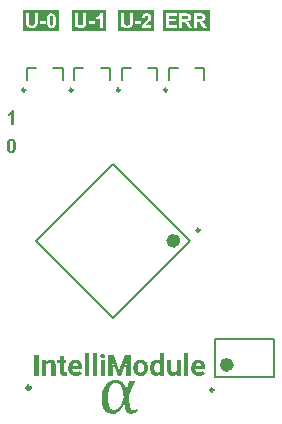
<source format=gto>
G04*
G04 #@! TF.GenerationSoftware,Altium Limited,Altium Designer,19.0.15 (446)*
G04*
G04 Layer_Color=65535*
%FSLAX44Y44*%
%MOMM*%
G71*
G01*
G75*
%ADD10C,0.3000*%
%ADD11C,0.2500*%
%ADD12C,0.6000*%
%ADD13C,0.2000*%
G36*
X152439Y110779D02*
X152779D01*
X153119Y110731D01*
X153945Y110634D01*
X154869Y110391D01*
X155792Y110099D01*
X156764Y109662D01*
X157590Y109079D01*
X157638D01*
X157687Y108982D01*
X157930Y108739D01*
X158319Y108301D01*
X158804Y107670D01*
X159096Y107330D01*
X159388Y106892D01*
X159679Y106406D01*
X159971Y105872D01*
X160311Y105289D01*
X160602Y104657D01*
X160894Y103928D01*
X161185Y103199D01*
X161623D01*
X163664Y110342D01*
X168474D01*
Y108884D01*
Y108836D01*
X168377Y108739D01*
X168279Y108544D01*
X168085Y108253D01*
X167891Y107864D01*
X167648Y107427D01*
X167356Y106844D01*
X167016Y106212D01*
X166628Y105435D01*
X166190Y104560D01*
X165753Y103588D01*
X165218Y102471D01*
X164684Y101304D01*
X164149Y99944D01*
X163518Y98486D01*
X162886Y96931D01*
Y96883D01*
X162935Y96688D01*
Y96348D01*
X162983Y95960D01*
X163032Y95474D01*
X163129Y94890D01*
X163178Y94307D01*
X163275Y93627D01*
X163469Y92169D01*
X163712Y90712D01*
X164004Y89303D01*
X164149Y88622D01*
X164295Y88039D01*
Y87991D01*
X164344Y87893D01*
X164392Y87748D01*
X164441Y87602D01*
X164635Y87116D01*
X164927Y86582D01*
X165315Y85998D01*
X165753Y85561D01*
X165996Y85367D01*
X166287Y85221D01*
X166579Y85124D01*
X166919Y85075D01*
X167113D01*
X167356Y85172D01*
X167696Y85270D01*
X168134Y85415D01*
X168620Y85658D01*
X169154Y85998D01*
X169737Y86436D01*
X170855Y84735D01*
X170806Y84686D01*
X170709Y84638D01*
X170563Y84492D01*
X170320Y84298D01*
X170029Y84103D01*
X169689Y83909D01*
X168911Y83423D01*
X167988Y82889D01*
X166919Y82500D01*
X165801Y82160D01*
X165218Y82111D01*
X164635Y82063D01*
X164441D01*
X164198Y82111D01*
X163906Y82208D01*
X163566Y82306D01*
X163178Y82500D01*
X162740Y82743D01*
X162303Y83083D01*
X161817Y83520D01*
X161380Y84055D01*
X160942Y84686D01*
X160505Y85464D01*
X160116Y86436D01*
X159776Y87505D01*
X159485Y88768D01*
X159290Y90177D01*
X158950D01*
X158902Y90080D01*
X158756Y89837D01*
X158561Y89448D01*
X158221Y88914D01*
X157833Y88282D01*
X157395Y87602D01*
X156861Y86873D01*
X156229Y86144D01*
X155549Y85367D01*
X154820Y84638D01*
X153994Y83958D01*
X153168Y83326D01*
X152245Y82792D01*
X151273Y82403D01*
X150253Y82160D01*
X149184Y82063D01*
X148989D01*
X148746Y82111D01*
X148455D01*
X148115Y82160D01*
X147677Y82257D01*
X146706Y82500D01*
X146171Y82694D01*
X145588Y82937D01*
X145053Y83229D01*
X144470Y83569D01*
X143936Y83958D01*
X143353Y84444D01*
X142867Y84978D01*
X142381Y85610D01*
X142332Y85658D01*
X142284Y85756D01*
X142187Y85998D01*
X141992Y86290D01*
X141847Y86630D01*
X141652Y87067D01*
X141409Y87602D01*
X141215Y88234D01*
X140972Y88914D01*
X140778Y89643D01*
X140534Y90517D01*
X140389Y91392D01*
X140243Y92412D01*
X140097Y93481D01*
X140049Y94599D01*
X140000Y95814D01*
Y95911D01*
Y96105D01*
Y96494D01*
X140049Y96931D01*
X140097Y97514D01*
X140194Y98195D01*
X140292Y98924D01*
X140437Y99749D01*
X140632Y100624D01*
X140826Y101499D01*
X141118Y102422D01*
X141458Y103297D01*
X141847Y104220D01*
X142332Y105094D01*
X142867Y105969D01*
X143450Y106747D01*
X143498Y106795D01*
X143596Y106941D01*
X143790Y107135D01*
X144082Y107378D01*
X144422Y107718D01*
X144810Y108058D01*
X145296Y108399D01*
X145831Y108787D01*
X146414Y109176D01*
X147046Y109516D01*
X147726Y109905D01*
X148455Y110196D01*
X149281Y110439D01*
X150107Y110634D01*
X150933Y110779D01*
X151856Y110828D01*
X152196D01*
X152439Y110779D01*
D02*
G37*
G36*
X141277Y132912D02*
X141485Y132870D01*
X141714Y132808D01*
X141964Y132704D01*
X142193Y132579D01*
X142402Y132412D01*
X142422Y132391D01*
X142485Y132329D01*
X142568Y132204D01*
X142672Y132058D01*
X142776Y131871D01*
X142860Y131641D01*
X142922Y131391D01*
X142943Y131100D01*
Y131058D01*
Y130975D01*
X142922Y130829D01*
X142880Y130642D01*
X142818Y130433D01*
X142714Y130204D01*
X142589Y129996D01*
X142402Y129788D01*
X142381Y129767D01*
X142297Y129704D01*
X142193Y129621D01*
X142027Y129538D01*
X141818Y129454D01*
X141568Y129371D01*
X141277Y129309D01*
X140964Y129288D01*
X140819D01*
X140652Y129309D01*
X140444Y129350D01*
X140215Y129413D01*
X139985Y129496D01*
X139735Y129621D01*
X139527Y129788D01*
X139506Y129809D01*
X139444Y129892D01*
X139361Y129996D01*
X139256Y130142D01*
X139152Y130329D01*
X139069Y130558D01*
X139007Y130808D01*
X138986Y131100D01*
Y131142D01*
Y131225D01*
X139007Y131371D01*
X139048Y131558D01*
X139111Y131766D01*
X139215Y131995D01*
X139340Y132204D01*
X139506Y132412D01*
X139527Y132433D01*
X139611Y132495D01*
X139735Y132579D01*
X139902Y132683D01*
X140110Y132766D01*
X140360Y132850D01*
X140631Y132912D01*
X140964Y132933D01*
X141110D01*
X141277Y132912D01*
D02*
G37*
G36*
X193013Y114500D02*
X189827D01*
X189660Y115896D01*
X189639Y115875D01*
X189598Y115833D01*
X189535Y115750D01*
X189431Y115646D01*
X189285Y115521D01*
X189139Y115375D01*
X188952Y115229D01*
X188744Y115083D01*
X188515Y114917D01*
X188265Y114771D01*
X187973Y114625D01*
X187682Y114500D01*
X187348Y114396D01*
X187015Y114313D01*
X186640Y114271D01*
X186265Y114250D01*
X186161D01*
X186036Y114271D01*
X185870D01*
X185682Y114313D01*
X185453Y114354D01*
X185203Y114396D01*
X184932Y114479D01*
X184620Y114583D01*
X184328Y114708D01*
X184016Y114854D01*
X183703Y115021D01*
X183391Y115229D01*
X183079Y115479D01*
X182787Y115771D01*
X182516Y116083D01*
X182495Y116104D01*
X182454Y116166D01*
X182391Y116270D01*
X182308Y116416D01*
X182183Y116604D01*
X182079Y116833D01*
X181954Y117104D01*
X181829Y117416D01*
X181683Y117749D01*
X181558Y118145D01*
X181454Y118561D01*
X181350Y119020D01*
X181246Y119499D01*
X181183Y120019D01*
X181141Y120582D01*
X181121Y121186D01*
Y121228D01*
Y121332D01*
Y121477D01*
X181141Y121706D01*
X181162Y121956D01*
X181204Y122269D01*
X181246Y122602D01*
X181287Y122977D01*
X181371Y123352D01*
X181454Y123748D01*
X181558Y124164D01*
X181704Y124581D01*
X181850Y124977D01*
X182037Y125393D01*
X182245Y125768D01*
X182495Y126122D01*
X182516Y126143D01*
X182558Y126205D01*
X182641Y126289D01*
X182745Y126414D01*
X182891Y126539D01*
X183058Y126705D01*
X183266Y126872D01*
X183495Y127038D01*
X183745Y127205D01*
X184037Y127372D01*
X184349Y127538D01*
X184703Y127663D01*
X185057Y127788D01*
X185453Y127872D01*
X185870Y127934D01*
X186307Y127955D01*
X186494D01*
X186619Y127934D01*
X186786Y127913D01*
X186973Y127872D01*
X187182Y127830D01*
X187432Y127767D01*
X187661Y127705D01*
X187931Y127601D01*
X188181Y127476D01*
X188452Y127351D01*
X188723Y127163D01*
X188973Y126976D01*
X189223Y126747D01*
X189473Y126497D01*
Y133245D01*
X193013D01*
Y114500D01*
D02*
G37*
G36*
X97330Y127934D02*
X97496Y127913D01*
X97705Y127892D01*
X97913Y127851D01*
X98163Y127809D01*
X98663Y127642D01*
X98933Y127559D01*
X99183Y127434D01*
X99433Y127288D01*
X99683Y127122D01*
X99892Y126934D01*
X100100Y126705D01*
X100121Y126684D01*
X100141Y126643D01*
X100204Y126580D01*
X100266Y126476D01*
X100329Y126351D01*
X100433Y126185D01*
X100516Y125997D01*
X100620Y125789D01*
X100704Y125539D01*
X100808Y125268D01*
X100891Y124956D01*
X100975Y124622D01*
X101037Y124268D01*
X101100Y123893D01*
X101120Y123456D01*
X101141Y123019D01*
Y114500D01*
X97621D01*
Y122956D01*
Y122977D01*
Y122998D01*
Y123060D01*
Y123144D01*
X97600Y123331D01*
X97559Y123581D01*
X97496Y123852D01*
X97413Y124122D01*
X97288Y124373D01*
X97121Y124581D01*
X97101Y124602D01*
X97038Y124664D01*
X96913Y124747D01*
X96747Y124852D01*
X96517Y124935D01*
X96247Y125018D01*
X95913Y125081D01*
X95518Y125101D01*
X95372D01*
X95268Y125081D01*
X95143Y125060D01*
X94997Y125039D01*
X94684Y124935D01*
X94310Y124789D01*
X94122Y124685D01*
X93935Y124560D01*
X93747Y124414D01*
X93581Y124227D01*
X93414Y124039D01*
X93268Y123810D01*
Y114500D01*
X89748D01*
Y127705D01*
X93060D01*
X93185Y126164D01*
X93206Y126185D01*
X93247Y126247D01*
X93331Y126330D01*
X93435Y126434D01*
X93581Y126580D01*
X93768Y126726D01*
X93955Y126893D01*
X94185Y127059D01*
X94455Y127226D01*
X94726Y127393D01*
X95039Y127538D01*
X95393Y127684D01*
X95747Y127788D01*
X96122Y127872D01*
X96538Y127934D01*
X96976Y127955D01*
X97184D01*
X97330Y127934D01*
D02*
G37*
G36*
X164562Y114500D02*
X160897D01*
Y119353D01*
X161272Y127726D01*
X156460Y114500D01*
X153961Y114500D01*
X149171Y127726D01*
X149525Y119353D01*
Y114500D01*
X145880D01*
Y132266D01*
X150649D01*
X155232Y119374D01*
X159751Y132266D01*
X164562D01*
Y114500D01*
D02*
G37*
G36*
X207072D02*
X203761D01*
X203657Y115833D01*
X203636Y115812D01*
X203594Y115771D01*
X203511Y115687D01*
X203407Y115583D01*
X203282Y115458D01*
X203115Y115333D01*
X202928Y115187D01*
X202719Y115042D01*
X202469Y114896D01*
X202199Y114750D01*
X201907Y114625D01*
X201574Y114500D01*
X201241Y114396D01*
X200866Y114313D01*
X200470Y114271D01*
X200053Y114250D01*
X199845D01*
X199699Y114271D01*
X199533Y114292D01*
X199324Y114313D01*
X199095Y114354D01*
X198845Y114396D01*
X198325Y114542D01*
X198054Y114646D01*
X197783Y114771D01*
X197512Y114896D01*
X197262Y115062D01*
X197033Y115250D01*
X196804Y115458D01*
X196783Y115479D01*
X196763Y115521D01*
X196700Y115583D01*
X196638Y115687D01*
X196533Y115812D01*
X196450Y115979D01*
X196346Y116145D01*
X196242Y116375D01*
X196138Y116604D01*
X196034Y116874D01*
X195929Y117166D01*
X195846Y117478D01*
X195763Y117832D01*
X195721Y118207D01*
X195679Y118603D01*
X195659Y119040D01*
Y127705D01*
X199199D01*
Y119165D01*
Y119145D01*
Y119082D01*
X199220Y118978D01*
Y118853D01*
X199262Y118687D01*
X199304Y118520D01*
X199366Y118332D01*
X199429Y118145D01*
X199533Y117937D01*
X199658Y117749D01*
X199803Y117583D01*
X199991Y117437D01*
X200199Y117291D01*
X200449Y117187D01*
X200741Y117124D01*
X201074Y117104D01*
X201241D01*
X201366Y117124D01*
X201511Y117145D01*
X201678Y117166D01*
X202053Y117249D01*
X202469Y117395D01*
X202657Y117499D01*
X202865Y117624D01*
X203053Y117770D01*
X203240Y117937D01*
X203386Y118124D01*
X203532Y118332D01*
Y127705D01*
X207072D01*
Y114500D01*
D02*
G37*
G36*
X213446D02*
X209905D01*
Y133245D01*
X213446D01*
Y114500D01*
D02*
G37*
G36*
X142735Y114500D02*
X139194D01*
Y127705D01*
X142735D01*
Y114500D01*
D02*
G37*
G36*
X136111D02*
X132571D01*
Y133245D01*
X136111D01*
Y114500D01*
D02*
G37*
G36*
X129488D02*
X125947D01*
Y133245D01*
X129488D01*
Y114500D01*
D02*
G37*
G36*
X86666D02*
X83000D01*
Y132266D01*
X86666D01*
Y114500D01*
D02*
G37*
G36*
X222318Y127934D02*
X222506D01*
X222714Y127892D01*
X222985Y127872D01*
X223277Y127809D01*
X223589Y127747D01*
X223922Y127642D01*
X224276Y127538D01*
X224630Y127393D01*
X224984Y127226D01*
X225339Y127038D01*
X225672Y126789D01*
X226005Y126539D01*
X226297Y126226D01*
X226318Y126205D01*
X226359Y126143D01*
X226442Y126039D01*
X226547Y125914D01*
X226651Y125726D01*
X226796Y125518D01*
X226942Y125268D01*
X227088Y124977D01*
X227234Y124664D01*
X227359Y124289D01*
X227505Y123893D01*
X227609Y123477D01*
X227713Y122998D01*
X227796Y122498D01*
X227838Y121956D01*
X227859Y121394D01*
Y119957D01*
X219465D01*
Y119936D01*
Y119895D01*
X219486Y119832D01*
X219507Y119749D01*
X219569Y119499D01*
X219653Y119207D01*
X219798Y118874D01*
X219965Y118520D01*
X220194Y118187D01*
X220486Y117874D01*
X220527Y117832D01*
X220631Y117749D01*
X220819Y117624D01*
X221090Y117499D01*
X221402Y117353D01*
X221777Y117228D01*
X222194Y117145D01*
X222673Y117104D01*
X222860D01*
X223006Y117124D01*
X223172Y117145D01*
X223381Y117187D01*
X223589Y117228D01*
X223839Y117291D01*
X224089Y117353D01*
X224339Y117458D01*
X224610Y117583D01*
X224880Y117728D01*
X225130Y117895D01*
X225401Y118082D01*
X225630Y118312D01*
X225859Y118561D01*
X227588Y116624D01*
Y116604D01*
X227546Y116583D01*
X227505Y116520D01*
X227442Y116437D01*
X227276Y116229D01*
X227026Y115979D01*
X226713Y115708D01*
X226359Y115416D01*
X225922Y115125D01*
X225443Y114875D01*
X225422D01*
X225380Y114854D01*
X225318Y114812D01*
X225214Y114771D01*
X225089Y114729D01*
X224922Y114688D01*
X224755Y114625D01*
X224568Y114563D01*
X224110Y114458D01*
X223610Y114354D01*
X223048Y114271D01*
X222444Y114250D01*
X222318D01*
X222173Y114271D01*
X221964D01*
X221714Y114313D01*
X221423Y114354D01*
X221110Y114396D01*
X220756Y114479D01*
X220382Y114563D01*
X220007Y114688D01*
X219611Y114833D01*
X219215Y115000D01*
X218819Y115208D01*
X218424Y115437D01*
X218049Y115708D01*
X217695Y116020D01*
X217674Y116041D01*
X217611Y116104D01*
X217528Y116208D01*
X217403Y116354D01*
X217278Y116520D01*
X217132Y116749D01*
X216966Y116999D01*
X216799Y117291D01*
X216612Y117603D01*
X216466Y117957D01*
X216299Y118353D01*
X216174Y118791D01*
X216049Y119228D01*
X215966Y119707D01*
X215903Y120228D01*
X215883Y120769D01*
Y121123D01*
Y121144D01*
Y121207D01*
Y121311D01*
X215903Y121457D01*
Y121623D01*
X215924Y121832D01*
X215945Y122061D01*
X215987Y122310D01*
X216070Y122852D01*
X216216Y123456D01*
X216403Y124060D01*
X216653Y124664D01*
Y124685D01*
X216695Y124727D01*
X216737Y124810D01*
X216799Y124935D01*
X216882Y125060D01*
X216966Y125206D01*
X217216Y125560D01*
X217528Y125955D01*
X217903Y126351D01*
X218319Y126747D01*
X218819Y127101D01*
X218840D01*
X218882Y127143D01*
X218965Y127184D01*
X219069Y127226D01*
X219194Y127309D01*
X219361Y127372D01*
X219548Y127455D01*
X219757Y127538D01*
X219986Y127601D01*
X220236Y127684D01*
X220777Y127830D01*
X221381Y127913D01*
X222048Y127955D01*
X222173D01*
X222318Y127934D01*
D02*
G37*
G36*
X173664D02*
X173893Y127913D01*
X174164Y127872D01*
X174456Y127809D01*
X174768Y127747D01*
X175101Y127663D01*
X175455Y127559D01*
X175830Y127413D01*
X176185Y127268D01*
X176559Y127080D01*
X176914Y126851D01*
X177247Y126601D01*
X177580Y126309D01*
X177601Y126289D01*
X177663Y126226D01*
X177747Y126143D01*
X177851Y126018D01*
X177976Y125851D01*
X178121Y125643D01*
X178288Y125414D01*
X178455Y125143D01*
X178621Y124831D01*
X178788Y124497D01*
X178934Y124123D01*
X179100Y123727D01*
X179225Y123310D01*
X179329Y122852D01*
X179413Y122373D01*
X179475Y121852D01*
X179496Y120957D01*
Y120915D01*
Y120832D01*
X179475Y120665D01*
Y120457D01*
X179454Y120186D01*
X179413Y119895D01*
X179350Y119561D01*
X179288Y119207D01*
X179184Y118832D01*
X179080Y118436D01*
X178934Y118020D01*
X178767Y117624D01*
X178580Y117208D01*
X178351Y116812D01*
X178080Y116437D01*
X177788Y116083D01*
X177767Y116062D01*
X177705Y116000D01*
X177622Y115916D01*
X177476Y115791D01*
X177309Y115666D01*
X177101Y115500D01*
X176872Y115333D01*
X176580Y115167D01*
X176289Y115000D01*
X175935Y114833D01*
X175560Y114667D01*
X175164Y114542D01*
X174727Y114417D01*
X174268Y114333D01*
X173768Y114271D01*
X173248Y114250D01*
X173123D01*
X172977Y114271D01*
X172769D01*
X172540Y114313D01*
X172248Y114354D01*
X171936Y114396D01*
X171602Y114479D01*
X171248Y114583D01*
X170873Y114688D01*
X170498Y114833D01*
X170124Y115021D01*
X169749Y115229D01*
X169374Y115458D01*
X169020Y115750D01*
X168686Y116062D01*
X168666Y116083D01*
X168624Y116145D01*
X168520Y116250D01*
X168416Y116395D01*
X168291Y116583D01*
X168145Y116812D01*
X167999Y117083D01*
X167833Y117374D01*
X167666Y117708D01*
X167520Y118082D01*
X167374Y118499D01*
X167249Y118936D01*
X167145Y119415D01*
X167062Y119936D01*
X166999Y120478D01*
X166978Y121061D01*
Y121207D01*
Y121228D01*
Y121290D01*
Y121394D01*
X166999Y121540D01*
Y121706D01*
X167020Y121915D01*
X167041Y122144D01*
X167083Y122394D01*
X167166Y122935D01*
X167291Y123518D01*
X167478Y124143D01*
X167728Y124727D01*
Y124747D01*
X167770Y124789D01*
X167812Y124872D01*
X167874Y124977D01*
X167957Y125101D01*
X168041Y125268D01*
X168291Y125601D01*
X168603Y125976D01*
X168978Y126372D01*
X169415Y126768D01*
X169915Y127101D01*
X169936D01*
X169978Y127143D01*
X170061Y127184D01*
X170165Y127226D01*
X170311Y127309D01*
X170478Y127372D01*
X170665Y127455D01*
X170873Y127538D01*
X171103Y127601D01*
X171352Y127684D01*
X171915Y127830D01*
X172540Y127913D01*
X173227Y127955D01*
X173477D01*
X173664Y127934D01*
D02*
G37*
G36*
X118220Y127934D02*
X118408D01*
X118616Y127892D01*
X118887Y127872D01*
X119178Y127809D01*
X119491Y127747D01*
X119824Y127642D01*
X120178Y127538D01*
X120532Y127393D01*
X120886Y127226D01*
X121240Y127038D01*
X121573Y126789D01*
X121907Y126539D01*
X122198Y126226D01*
X122219Y126205D01*
X122261Y126143D01*
X122344Y126039D01*
X122448Y125914D01*
X122552Y125726D01*
X122698Y125518D01*
X122844Y125268D01*
X122990Y124977D01*
X123136Y124664D01*
X123260Y124289D01*
X123406Y123893D01*
X123511Y123477D01*
X123615Y122998D01*
X123698Y122498D01*
X123740Y121956D01*
X123760Y121394D01*
Y119957D01*
X115367D01*
Y119936D01*
Y119895D01*
X115388Y119832D01*
X115408Y119749D01*
X115471Y119499D01*
X115554Y119207D01*
X115700Y118874D01*
X115867Y118520D01*
X116096Y118187D01*
X116387Y117874D01*
X116429Y117832D01*
X116533Y117749D01*
X116721Y117624D01*
X116991Y117499D01*
X117304Y117353D01*
X117679Y117228D01*
X118095Y117145D01*
X118574Y117104D01*
X118762D01*
X118907Y117124D01*
X119074Y117145D01*
X119282Y117187D01*
X119491Y117228D01*
X119741Y117291D01*
X119991Y117353D01*
X120240Y117458D01*
X120511Y117583D01*
X120782Y117728D01*
X121032Y117895D01*
X121303Y118082D01*
X121532Y118312D01*
X121761Y118561D01*
X123490Y116624D01*
Y116604D01*
X123448Y116583D01*
X123406Y116520D01*
X123344Y116437D01*
X123177Y116229D01*
X122927Y115979D01*
X122615Y115708D01*
X122261Y115416D01*
X121823Y115125D01*
X121344Y114875D01*
X121323D01*
X121282Y114854D01*
X121219Y114812D01*
X121115Y114771D01*
X120990Y114729D01*
X120824Y114688D01*
X120657Y114625D01*
X120470Y114563D01*
X120011Y114458D01*
X119511Y114354D01*
X118949Y114271D01*
X118345Y114250D01*
X118220D01*
X118074Y114271D01*
X117866D01*
X117616Y114312D01*
X117325Y114354D01*
X117012Y114396D01*
X116658Y114479D01*
X116283Y114563D01*
X115908Y114688D01*
X115513Y114833D01*
X115117Y115000D01*
X114721Y115208D01*
X114325Y115437D01*
X113950Y115708D01*
X113596Y116020D01*
X113575Y116041D01*
X113513Y116104D01*
X113430Y116208D01*
X113305Y116354D01*
X113180Y116520D01*
X113034Y116749D01*
X112867Y116999D01*
X112701Y117291D01*
X112513Y117603D01*
X112367Y117957D01*
X112201Y118353D01*
X112076Y118791D01*
X111951Y119228D01*
X111868Y119707D01*
X111805Y120228D01*
X111784Y120769D01*
Y121123D01*
Y121144D01*
Y121207D01*
Y121311D01*
X111805Y121457D01*
Y121623D01*
X111826Y121832D01*
X111847Y122061D01*
X111888Y122310D01*
X111972Y122852D01*
X112118Y123456D01*
X112305Y124060D01*
X112555Y124664D01*
Y124685D01*
X112597Y124726D01*
X112638Y124810D01*
X112701Y124935D01*
X112784Y125060D01*
X112867Y125206D01*
X113117Y125560D01*
X113430Y125955D01*
X113805Y126351D01*
X114221Y126747D01*
X114721Y127101D01*
X114742D01*
X114783Y127143D01*
X114867Y127184D01*
X114971Y127226D01*
X115096Y127309D01*
X115263Y127372D01*
X115450Y127455D01*
X115658Y127538D01*
X115887Y127601D01*
X116137Y127684D01*
X116679Y127830D01*
X117283Y127913D01*
X117949Y127955D01*
X118074D01*
X118220Y127934D01*
D02*
G37*
G36*
X108035Y127705D02*
X110285D01*
Y125122D01*
X108035D01*
Y118499D01*
Y118457D01*
Y118374D01*
X108056Y118249D01*
X108077Y118103D01*
X108160Y117749D01*
X108223Y117583D01*
X108306Y117458D01*
X108327Y117437D01*
X108369Y117416D01*
X108431Y117353D01*
X108556Y117312D01*
X108702Y117249D01*
X108889Y117187D01*
X109118Y117166D01*
X109389Y117145D01*
X109597D01*
X109743Y117166D01*
X109910D01*
X110076Y117187D01*
X110430Y117228D01*
Y114563D01*
X110410D01*
X110389Y114542D01*
X110326D01*
X110243Y114521D01*
X110035Y114458D01*
X109764Y114417D01*
X109452Y114354D01*
X109077Y114292D01*
X108702Y114271D01*
X108285Y114250D01*
X108119D01*
X107952Y114271D01*
X107702Y114312D01*
X107431Y114375D01*
X107119Y114458D01*
X106765Y114563D01*
X106432Y114729D01*
X106077Y114917D01*
X105744Y115167D01*
X105411Y115479D01*
X105140Y115833D01*
X104890Y116270D01*
X104703Y116770D01*
X104578Y117333D01*
X104536Y117666D01*
X104515Y117999D01*
Y125122D01*
X102578D01*
Y127705D01*
X104515D01*
Y130954D01*
X108035D01*
Y127705D01*
D02*
G37*
G36*
X66089Y327000D02*
X63756D01*
Y335766D01*
X63742Y335753D01*
X63703Y335714D01*
X63624Y335648D01*
X63531Y335569D01*
X63413Y335476D01*
X63255Y335358D01*
X63096Y335226D01*
X62899Y335094D01*
X62688Y334949D01*
X62464Y334804D01*
X62213Y334659D01*
X61950Y334514D01*
X61673Y334369D01*
X61370Y334237D01*
X61066Y334119D01*
X60750Y334000D01*
Y336122D01*
X60763D01*
X60790Y336135D01*
X60842Y336149D01*
X60908Y336175D01*
X61000Y336215D01*
X61093Y336254D01*
X61211Y336307D01*
X61343Y336373D01*
X61633Y336518D01*
X61963Y336716D01*
X62332Y336953D01*
X62727Y337243D01*
X62741Y337256D01*
X62780Y337282D01*
X62833Y337322D01*
X62899Y337388D01*
X62991Y337467D01*
X63083Y337573D01*
X63189Y337678D01*
X63307Y337810D01*
X63558Y338100D01*
X63795Y338429D01*
X64019Y338798D01*
X64112Y338996D01*
X64191Y339207D01*
X66089D01*
Y327000D01*
D02*
G37*
G36*
X63863Y315194D02*
X63982D01*
X64127Y315168D01*
X64298Y315141D01*
X64496Y315102D01*
X64707Y315049D01*
X64918Y314983D01*
X65142Y314904D01*
X65379Y314798D01*
X65603Y314680D01*
X65827Y314535D01*
X66051Y314363D01*
X66262Y314166D01*
X66460Y313942D01*
X66473Y313928D01*
X66513Y313876D01*
X66565Y313783D01*
X66645Y313652D01*
X66737Y313493D01*
X66842Y313282D01*
X66948Y313045D01*
X67053Y312755D01*
X67159Y312439D01*
X67277Y312070D01*
X67369Y311661D01*
X67462Y311213D01*
X67541Y310725D01*
X67594Y310184D01*
X67633Y309604D01*
X67646Y308985D01*
Y308972D01*
Y308945D01*
Y308893D01*
Y308840D01*
Y308748D01*
X67633Y308655D01*
Y308550D01*
Y308418D01*
X67607Y308141D01*
X67580Y307812D01*
X67541Y307456D01*
X67501Y307073D01*
X67435Y306665D01*
X67356Y306256D01*
X67251Y305834D01*
X67145Y305426D01*
X67000Y305043D01*
X66842Y304661D01*
X66658Y304318D01*
X66447Y304015D01*
X66434Y304002D01*
X66407Y303962D01*
X66341Y303896D01*
X66262Y303817D01*
X66170Y303725D01*
X66038Y303620D01*
X65893Y303514D01*
X65735Y303396D01*
X65550Y303277D01*
X65339Y303171D01*
X65115Y303066D01*
X64865Y302974D01*
X64601Y302894D01*
X64311Y302829D01*
X64008Y302789D01*
X63692Y302776D01*
X63612D01*
X63520Y302789D01*
X63402Y302802D01*
X63243Y302815D01*
X63072Y302842D01*
X62874Y302894D01*
X62663Y302947D01*
X62439Y303013D01*
X62215Y303106D01*
X61978Y303224D01*
X61741Y303343D01*
X61503Y303501D01*
X61266Y303685D01*
X61042Y303896D01*
X60831Y304134D01*
X60818Y304147D01*
X60791Y304200D01*
X60725Y304279D01*
X60660Y304397D01*
X60581Y304556D01*
X60488Y304753D01*
X60396Y304991D01*
X60290Y305254D01*
X60185Y305571D01*
X60093Y305926D01*
X60001Y306322D01*
X59921Y306770D01*
X59855Y307258D01*
X59803Y307799D01*
X59763Y308379D01*
X59750Y309011D01*
Y309025D01*
Y309051D01*
Y309104D01*
Y309156D01*
Y309249D01*
X59763Y309341D01*
Y309446D01*
Y309565D01*
X59790Y309855D01*
X59816Y310171D01*
X59855Y310527D01*
X59895Y310910D01*
X59961Y311318D01*
X60040Y311727D01*
X60132Y312136D01*
X60251Y312544D01*
X60383Y312940D01*
X60541Y313309D01*
X60725Y313652D01*
X60936Y313955D01*
X60950Y313968D01*
X60989Y314007D01*
X61042Y314073D01*
X61121Y314153D01*
X61226Y314245D01*
X61345Y314350D01*
X61490Y314469D01*
X61648Y314587D01*
X61833Y314693D01*
X62044Y314812D01*
X62268Y314917D01*
X62518Y315009D01*
X62782Y315088D01*
X63072Y315154D01*
X63375Y315194D01*
X63692Y315207D01*
X63771D01*
X63863Y315194D01*
D02*
G37*
G36*
X104061Y406276D02*
X73750D01*
Y423707D01*
X104061D01*
Y406276D01*
D02*
G37*
G36*
X143386D02*
X115000D01*
Y423707D01*
X143386D01*
Y406276D01*
D02*
G37*
G36*
X184547D02*
X154250D01*
Y423707D01*
X184547D01*
Y406276D01*
D02*
G37*
G36*
X231552Y406500D02*
X192000D01*
Y423667D01*
X231552D01*
Y406500D01*
D02*
G37*
%LPC*%
G36*
X152099Y108544D02*
X151807D01*
X151565Y108496D01*
X151030Y108350D01*
X150301Y108107D01*
X149912Y107961D01*
X149524Y107718D01*
X149135Y107427D01*
X148698Y107135D01*
X148309Y106698D01*
X147872Y106261D01*
X147483Y105726D01*
X147143Y105143D01*
Y105094D01*
X147046Y104997D01*
X146997Y104803D01*
X146851Y104511D01*
X146706Y104220D01*
X146560Y103783D01*
X146414Y103297D01*
X146268Y102762D01*
X146074Y102179D01*
X145928Y101499D01*
X145782Y100770D01*
X145637Y99944D01*
X145491Y99118D01*
X145442Y98195D01*
X145345Y97223D01*
Y96202D01*
Y96154D01*
Y96105D01*
Y95960D01*
Y95765D01*
X145393Y95231D01*
X145442Y94550D01*
X145491Y93724D01*
X145637Y92801D01*
X145782Y91829D01*
X146025Y90857D01*
X146268Y89837D01*
X146657Y88865D01*
X147046Y87942D01*
X147580Y87165D01*
X148163Y86436D01*
X148892Y85950D01*
X149281Y85707D01*
X149718Y85610D01*
X150155Y85513D01*
X150641Y85464D01*
X150884D01*
X151176Y85561D01*
X151565Y85658D01*
X152050Y85804D01*
X152585Y86047D01*
X153168Y86387D01*
X153800Y86873D01*
X154480Y87456D01*
X155112Y88185D01*
X155792Y89060D01*
X156132Y89594D01*
X156472Y90129D01*
X156812Y90760D01*
X157152Y91392D01*
X157444Y92121D01*
X157735Y92898D01*
X158027Y93724D01*
X158319Y94599D01*
X158561Y95522D01*
X158804Y96543D01*
Y96640D01*
X158756Y96834D01*
X158707Y97174D01*
X158659Y97612D01*
X158561Y98146D01*
X158464Y98778D01*
X158367Y99458D01*
X158221Y100187D01*
X157881Y101693D01*
X157493Y103248D01*
X157249Y103977D01*
X157007Y104657D01*
X156764Y105289D01*
X156472Y105823D01*
Y105872D01*
X156424Y105920D01*
X156181Y106261D01*
X155840Y106698D01*
X155354Y107184D01*
X154723Y107670D01*
X153994Y108107D01*
X153119Y108447D01*
X152633Y108496D01*
X152099Y108544D01*
D02*
G37*
G36*
X187202Y125101D02*
X187098D01*
X186973Y125081D01*
X186807Y125039D01*
X186619Y124977D01*
X186390Y124872D01*
X186161Y124747D01*
X185932Y124581D01*
X185682Y124352D01*
X185453Y124081D01*
X185245Y123748D01*
X185036Y123352D01*
X184870Y122873D01*
X184807Y122602D01*
X184745Y122310D01*
X184703Y121998D01*
X184662Y121665D01*
X184641Y121311D01*
Y120936D01*
Y120915D01*
Y120853D01*
Y120769D01*
X184662Y120624D01*
Y120478D01*
X184682Y120290D01*
X184724Y119895D01*
X184807Y119415D01*
X184911Y118957D01*
X185078Y118499D01*
X185286Y118082D01*
X185328Y118041D01*
X185411Y117937D01*
X185557Y117770D01*
X185765Y117603D01*
X186036Y117416D01*
X186369Y117249D01*
X186744Y117145D01*
X186953Y117124D01*
X187182Y117104D01*
X187327D01*
X187452Y117124D01*
X187577Y117145D01*
X187723Y117187D01*
X188077Y117270D01*
X188452Y117437D01*
X188640Y117541D01*
X188827Y117687D01*
X189014Y117832D01*
X189181Y118020D01*
X189348Y118228D01*
X189473Y118478D01*
Y123706D01*
Y123727D01*
X189452Y123769D01*
X189410Y123831D01*
X189348Y123935D01*
X189181Y124143D01*
X188952Y124414D01*
X188640Y124664D01*
X188452Y124768D01*
X188244Y124893D01*
X188015Y124977D01*
X187765Y125039D01*
X187494Y125081D01*
X187202Y125101D01*
D02*
G37*
G36*
X222027D02*
X221985D01*
X221860Y125081D01*
X221673Y125060D01*
X221423Y125018D01*
X221152Y124914D01*
X220861Y124789D01*
X220590Y124622D01*
X220319Y124373D01*
X220298Y124331D01*
X220215Y124248D01*
X220111Y124081D01*
X219965Y123852D01*
X219840Y123560D01*
X219694Y123227D01*
X219569Y122810D01*
X219486Y122352D01*
X224401D01*
Y122623D01*
Y122644D01*
Y122685D01*
Y122727D01*
X224380Y122810D01*
X224360Y123040D01*
X224318Y123289D01*
X224235Y123602D01*
X224130Y123893D01*
X223964Y124185D01*
X223756Y124456D01*
X223735Y124477D01*
X223652Y124560D01*
X223506Y124664D01*
X223318Y124789D01*
X223068Y124893D01*
X222777Y124997D01*
X222423Y125081D01*
X222027Y125101D01*
D02*
G37*
G36*
X173227D02*
X173102D01*
X173019Y125081D01*
X172789Y125039D01*
X172498Y124977D01*
X172165Y124852D01*
X171831Y124664D01*
X171686Y124560D01*
X171519Y124414D01*
X171373Y124268D01*
X171227Y124081D01*
Y124060D01*
X171207Y124039D01*
X171165Y123977D01*
X171123Y123893D01*
X171061Y123789D01*
X170998Y123644D01*
X170936Y123498D01*
X170873Y123310D01*
X170811Y123102D01*
X170748Y122873D01*
X170686Y122623D01*
X170623Y122352D01*
X170582Y122040D01*
X170540Y121706D01*
X170519Y121352D01*
Y120957D01*
Y120936D01*
Y120873D01*
Y120769D01*
X170540Y120644D01*
Y120499D01*
X170561Y120311D01*
X170603Y119895D01*
X170686Y119436D01*
X170811Y118957D01*
X170998Y118499D01*
X171227Y118082D01*
X171269Y118041D01*
X171352Y117937D01*
X171519Y117770D01*
X171748Y117603D01*
X172040Y117416D01*
X172373Y117249D01*
X172789Y117145D01*
X173019Y117124D01*
X173248Y117104D01*
X173373D01*
X173456Y117124D01*
X173685Y117166D01*
X173977Y117228D01*
X174310Y117353D01*
X174643Y117520D01*
X174956Y117770D01*
X175101Y117916D01*
X175247Y118082D01*
Y118103D01*
X175289Y118124D01*
X175310Y118187D01*
X175372Y118270D01*
X175414Y118374D01*
X175476Y118499D01*
X175539Y118666D01*
X175622Y118853D01*
X175685Y119040D01*
X175747Y119291D01*
X175810Y119540D01*
X175872Y119832D01*
X175914Y120124D01*
X175955Y120478D01*
X175976Y120832D01*
Y121228D01*
Y121248D01*
Y121311D01*
Y121394D01*
X175955Y121540D01*
Y121686D01*
X175935Y121852D01*
X175893Y122269D01*
X175789Y122727D01*
X175664Y123206D01*
X175497Y123664D01*
X175247Y124081D01*
Y124102D01*
X175206Y124123D01*
X175122Y124248D01*
X174956Y124414D01*
X174727Y124602D01*
X174435Y124789D01*
X174102Y124935D01*
X173685Y125060D01*
X173477Y125081D01*
X173227Y125101D01*
D02*
G37*
G36*
X117929Y125101D02*
X117887D01*
X117762Y125081D01*
X117575Y125060D01*
X117325Y125018D01*
X117054Y124914D01*
X116762Y124789D01*
X116491Y124622D01*
X116221Y124373D01*
X116200Y124331D01*
X116117Y124248D01*
X116012Y124081D01*
X115867Y123852D01*
X115742Y123560D01*
X115596Y123227D01*
X115471Y122810D01*
X115388Y122352D01*
X120303D01*
Y122623D01*
Y122644D01*
Y122685D01*
Y122727D01*
X120282Y122810D01*
X120261Y123040D01*
X120220Y123289D01*
X120136Y123602D01*
X120032Y123893D01*
X119866Y124185D01*
X119657Y124456D01*
X119636Y124477D01*
X119553Y124560D01*
X119407Y124664D01*
X119220Y124789D01*
X118970Y124893D01*
X118678Y124997D01*
X118324Y125081D01*
X117929Y125101D01*
D02*
G37*
G36*
X63692Y313269D02*
X63626D01*
X63547Y313256D01*
X63441Y313230D01*
X63323Y313203D01*
X63191Y313151D01*
X63072Y313085D01*
X62940Y312992D01*
X62927Y312979D01*
X62888Y312940D01*
X62821Y312874D01*
X62756Y312768D01*
X62677Y312637D01*
X62584Y312478D01*
X62505Y312267D01*
X62426Y312030D01*
Y312017D01*
X62413Y311991D01*
X62400Y311938D01*
X62386Y311859D01*
X62373Y311753D01*
X62347Y311635D01*
X62334Y311476D01*
X62307Y311305D01*
X62281Y311107D01*
X62268Y310883D01*
X62242Y310633D01*
X62228Y310356D01*
X62215Y310066D01*
X62202Y309723D01*
X62189Y309367D01*
Y308985D01*
Y308958D01*
Y308893D01*
Y308787D01*
Y308642D01*
X62202Y308458D01*
Y308260D01*
Y308049D01*
X62215Y307812D01*
X62242Y307324D01*
X62281Y306836D01*
X62307Y306599D01*
X62334Y306388D01*
X62360Y306203D01*
X62400Y306032D01*
Y306019D01*
X62413Y305993D01*
X62426Y305953D01*
X62439Y305900D01*
X62479Y305768D01*
X62545Y305610D01*
X62624Y305426D01*
X62716Y305254D01*
X62821Y305096D01*
X62940Y304977D01*
X62953Y304964D01*
X62993Y304938D01*
X63072Y304898D01*
X63164Y304846D01*
X63270Y304793D01*
X63402Y304753D01*
X63533Y304727D01*
X63692Y304714D01*
X63758D01*
X63837Y304727D01*
X63942Y304753D01*
X64061Y304780D01*
X64193Y304819D01*
X64311Y304885D01*
X64443Y304977D01*
X64456Y304991D01*
X64496Y305030D01*
X64562Y305096D01*
X64628Y305201D01*
X64720Y305333D01*
X64799Y305492D01*
X64878Y305702D01*
X64957Y305940D01*
Y305953D01*
X64970Y305979D01*
X64984Y306032D01*
X64997Y306111D01*
X65010Y306217D01*
X65036Y306335D01*
X65063Y306480D01*
X65089Y306652D01*
X65102Y306849D01*
X65128Y307073D01*
X65155Y307324D01*
X65168Y307601D01*
X65181Y307904D01*
X65194Y308234D01*
X65208Y308603D01*
Y308985D01*
Y309011D01*
Y309077D01*
Y309183D01*
Y309328D01*
Y309499D01*
X65194Y309710D01*
Y309921D01*
X65181Y310158D01*
X65155Y310646D01*
X65115Y311120D01*
X65089Y311358D01*
X65063Y311569D01*
X65023Y311753D01*
X64984Y311925D01*
Y311938D01*
X64970Y311964D01*
X64957Y312004D01*
X64944Y312056D01*
X64904Y312188D01*
X64839Y312360D01*
X64759Y312544D01*
X64667Y312716D01*
X64562Y312874D01*
X64443Y312992D01*
X64430Y313006D01*
X64390Y313032D01*
X64311Y313085D01*
X64232Y313137D01*
X64113Y313177D01*
X63982Y313230D01*
X63850Y313256D01*
X63692Y313269D01*
D02*
G37*
G36*
X92834Y414576D02*
X88246D01*
Y412243D01*
X92834D01*
Y414576D01*
D02*
G37*
G36*
X85939Y421167D02*
X83487D01*
Y414418D01*
Y414154D01*
Y413917D01*
X83474Y413693D01*
Y413482D01*
X83461Y413298D01*
X83448Y413126D01*
X83434Y412968D01*
Y412836D01*
X83421Y412718D01*
X83408Y412612D01*
X83395Y412533D01*
X83382Y412454D01*
Y412401D01*
X83369Y412362D01*
Y412348D01*
Y412335D01*
X83316Y412111D01*
X83224Y411913D01*
X83118Y411729D01*
X83013Y411584D01*
X82907Y411465D01*
X82815Y411373D01*
X82762Y411307D01*
X82736Y411294D01*
X82512Y411149D01*
X82261Y411057D01*
X81998Y410977D01*
X81747Y410925D01*
X81510Y410898D01*
X81418Y410885D01*
X81325D01*
X81259Y410872D01*
X81154D01*
X80785Y410885D01*
X80468Y410938D01*
X80192Y411017D01*
X79954Y411096D01*
X79770Y411175D01*
X79638Y411254D01*
X79598Y411281D01*
X79559Y411307D01*
X79546Y411320D01*
X79532D01*
X79335Y411505D01*
X79163Y411702D01*
X79032Y411900D01*
X78939Y412085D01*
X78860Y412256D01*
X78821Y412401D01*
X78794Y412454D01*
Y412493D01*
X78781Y412507D01*
Y412520D01*
X78768Y412625D01*
X78755Y412744D01*
X78741Y412876D01*
Y413034D01*
X78715Y413363D01*
Y413719D01*
Y413878D01*
X78702Y414036D01*
Y414181D01*
Y414313D01*
Y414418D01*
Y414497D01*
Y414550D01*
Y414563D01*
Y421167D01*
X76250D01*
Y408776D01*
X85939D01*
Y421167D01*
D02*
G37*
G36*
X101561Y421207D02*
X97606D01*
X97289Y421194D01*
X96986Y421154D01*
X96696Y421088D01*
X96433Y421009D01*
X96182Y420917D01*
X95958Y420812D01*
X95747Y420693D01*
X95562Y420588D01*
X95404Y420469D01*
X95259Y420350D01*
X95141Y420245D01*
X95035Y420153D01*
X94956Y420073D01*
X94903Y420008D01*
X94864Y419968D01*
X94851Y419955D01*
X94640Y419651D01*
X94455Y419309D01*
X94297Y418940D01*
X94165Y418544D01*
X94046Y418135D01*
X93954Y417727D01*
X93875Y417318D01*
X93809Y416910D01*
X93770Y416527D01*
X93730Y416171D01*
X93704Y415855D01*
X93677Y415565D01*
Y415446D01*
Y415341D01*
X93664Y415248D01*
Y415011D01*
X93677Y414379D01*
X93717Y413798D01*
X93770Y413258D01*
X93836Y412770D01*
X93915Y412322D01*
X94007Y411926D01*
X94099Y411571D01*
X94205Y411254D01*
X94310Y410991D01*
X94403Y410753D01*
X94495Y410555D01*
X94574Y410397D01*
X94640Y410279D01*
X94706Y410200D01*
X94732Y410147D01*
X94745Y410134D01*
X94956Y409896D01*
X95180Y409686D01*
X95417Y409501D01*
X95655Y409343D01*
X95892Y409224D01*
X96129Y409105D01*
X96354Y409013D01*
X96578Y408947D01*
X96789Y408895D01*
X96986Y408842D01*
X97158Y408815D01*
X97316Y408802D01*
X97435Y408789D01*
X97527Y408776D01*
X93664D01*
D01*
X101561D01*
X97606D01*
X97922Y408789D01*
X98225Y408829D01*
X98515Y408895D01*
X98779Y408974D01*
X99030Y409066D01*
X99254Y409171D01*
X99465Y409277D01*
X99649Y409395D01*
X99807Y409514D01*
X99952Y409620D01*
X100084Y409725D01*
X100176Y409817D01*
X100255Y409896D01*
X100321Y409962D01*
X100348Y410002D01*
X100361Y410015D01*
X100572Y410318D01*
X100757Y410661D01*
X100915Y411043D01*
X101060Y411426D01*
X101165Y411834D01*
X101271Y412256D01*
X101350Y412665D01*
X101416Y413073D01*
X101455Y413456D01*
X101495Y413812D01*
X101521Y414141D01*
X101547Y414418D01*
Y414550D01*
Y414655D01*
X101561Y414748D01*
Y415011D01*
Y414985D01*
X101547Y415605D01*
X101508Y416185D01*
X101455Y416725D01*
X101376Y417213D01*
X101284Y417661D01*
X101192Y418070D01*
X101073Y418439D01*
X100967Y418755D01*
X100862Y419045D01*
X100757Y419282D01*
X100651Y419493D01*
X100559Y419651D01*
X100480Y419783D01*
X100427Y419876D01*
X100387Y419928D01*
X100374Y419942D01*
X100176Y420166D01*
X99965Y420363D01*
X99741Y420535D01*
X99517Y420680D01*
X99293Y420798D01*
X99056Y420904D01*
X98832Y420983D01*
X98621Y421049D01*
X98410Y421102D01*
X98212Y421141D01*
X98041Y421167D01*
X97896Y421194D01*
X97777D01*
X97685Y421207D01*
X101561D01*
D02*
G37*
%LPD*%
G36*
X85939Y408776D02*
X81497D01*
X81747Y408789D01*
X81984Y408815D01*
X82208Y408829D01*
X82406Y408868D01*
X82604Y408895D01*
X82775Y408921D01*
X82934Y408960D01*
X83079Y409000D01*
X83210Y409026D01*
X83316Y409066D01*
X83408Y409092D01*
X83474Y409105D01*
X83527Y409132D01*
X83553Y409145D01*
X83566D01*
X83883Y409290D01*
X84173Y409461D01*
X84410Y409620D01*
X84621Y409778D01*
X84779Y409923D01*
X84898Y410028D01*
X84964Y410107D01*
X84990Y410121D01*
Y410134D01*
X85175Y410384D01*
X85333Y410635D01*
X85465Y410885D01*
X85557Y411136D01*
X85636Y411347D01*
X85662Y411439D01*
X85689Y411518D01*
X85702Y411571D01*
X85715Y411623D01*
X85728Y411650D01*
Y411663D01*
X85768Y411847D01*
X85794Y412058D01*
X85821Y412282D01*
X85847Y412533D01*
X85886Y413047D01*
X85913Y413548D01*
X85926Y413798D01*
Y414023D01*
X85939Y414220D01*
Y408776D01*
D02*
G37*
G36*
X76263Y413930D02*
X76276Y413614D01*
X76290Y413311D01*
X76303Y413034D01*
X76329Y412783D01*
X76342Y412546D01*
X76369Y412348D01*
X76395Y412164D01*
X76408Y412006D01*
X76435Y411874D01*
X76448Y411768D01*
X76461Y411676D01*
X76474Y411623D01*
X76487Y411584D01*
Y411571D01*
X76566Y411307D01*
X76659Y411057D01*
X76777Y410832D01*
X76896Y410621D01*
X77001Y410450D01*
X77094Y410331D01*
X77120Y410279D01*
X77146Y410239D01*
X77173Y410226D01*
Y410213D01*
X77384Y409989D01*
X77621Y409778D01*
X77858Y409606D01*
X78082Y409461D01*
X78280Y409330D01*
X78372Y409290D01*
X78451Y409250D01*
X78504Y409211D01*
X78557Y409185D01*
X78583Y409171D01*
X78597D01*
X78768Y409105D01*
X78966Y409039D01*
X79387Y408947D01*
X79823Y408868D01*
X80258Y408829D01*
X80455Y408815D01*
X80640Y408802D01*
X80798Y408789D01*
X80943D01*
X81062Y408776D01*
X76250D01*
Y414286D01*
X76263Y413930D01*
D02*
G37*
G36*
X97764Y419256D02*
X97896Y419230D01*
X98028Y419177D01*
X98146Y419137D01*
X98225Y419085D01*
X98305Y419032D01*
X98344Y419006D01*
X98357Y418992D01*
X98476Y418874D01*
X98581Y418716D01*
X98674Y418544D01*
X98753Y418360D01*
X98819Y418188D01*
X98858Y418056D01*
X98871Y418004D01*
X98884Y417964D01*
X98898Y417938D01*
Y417925D01*
X98937Y417753D01*
X98977Y417569D01*
X99003Y417358D01*
X99030Y417121D01*
X99069Y416646D01*
X99095Y416158D01*
X99109Y415921D01*
Y415710D01*
X99122Y415499D01*
Y415328D01*
Y415183D01*
Y415077D01*
Y415011D01*
Y414985D01*
Y414603D01*
X99109Y414234D01*
X99095Y413904D01*
X99082Y413601D01*
X99069Y413324D01*
X99043Y413073D01*
X99016Y412849D01*
X99003Y412652D01*
X98977Y412480D01*
X98950Y412335D01*
X98924Y412216D01*
X98911Y412111D01*
X98898Y412032D01*
X98884Y411979D01*
X98871Y411953D01*
Y411940D01*
X98792Y411702D01*
X98713Y411492D01*
X98634Y411333D01*
X98542Y411202D01*
X98476Y411096D01*
X98410Y411030D01*
X98370Y410991D01*
X98357Y410977D01*
X98225Y410885D01*
X98107Y410819D01*
X97975Y410780D01*
X97856Y410753D01*
X97751Y410727D01*
X97672Y410714D01*
X97606D01*
X97448Y410727D01*
X97316Y410753D01*
X97184Y410793D01*
X97079Y410846D01*
X96986Y410898D01*
X96907Y410938D01*
X96868Y410964D01*
X96854Y410977D01*
X96736Y411096D01*
X96630Y411254D01*
X96538Y411426D01*
X96459Y411610D01*
X96393Y411768D01*
X96354Y411900D01*
X96340Y411953D01*
X96327Y411992D01*
X96314Y412019D01*
Y412032D01*
X96274Y412203D01*
X96248Y412388D01*
X96222Y412599D01*
X96195Y412836D01*
X96156Y413324D01*
X96129Y413812D01*
X96116Y414049D01*
Y414260D01*
Y414458D01*
X96103Y414642D01*
Y414787D01*
Y414893D01*
Y414958D01*
Y414985D01*
Y415367D01*
X96116Y415723D01*
X96129Y416066D01*
X96143Y416356D01*
X96156Y416633D01*
X96182Y416883D01*
X96195Y417107D01*
X96222Y417305D01*
X96248Y417476D01*
X96261Y417635D01*
X96288Y417753D01*
X96301Y417859D01*
X96314Y417938D01*
X96327Y417990D01*
X96340Y418017D01*
Y418030D01*
X96419Y418267D01*
X96498Y418478D01*
X96591Y418637D01*
X96670Y418768D01*
X96736Y418874D01*
X96802Y418940D01*
X96841Y418979D01*
X96854Y418992D01*
X96986Y419085D01*
X97105Y419151D01*
X97237Y419203D01*
X97355Y419230D01*
X97461Y419256D01*
X97540Y419269D01*
X97606D01*
X97764Y419256D01*
D02*
G37*
%LPC*%
G36*
X134084Y414576D02*
X129496D01*
Y412243D01*
X134084D01*
Y414576D01*
D02*
G37*
G36*
X127189Y421167D02*
X124737D01*
Y414418D01*
Y414154D01*
Y413917D01*
X124724Y413693D01*
Y413482D01*
X124711Y413298D01*
X124698Y413126D01*
X124684Y412968D01*
Y412836D01*
X124671Y412718D01*
X124658Y412612D01*
X124645Y412533D01*
X124632Y412454D01*
Y412401D01*
X124619Y412362D01*
Y412348D01*
Y412335D01*
X124566Y412111D01*
X124474Y411913D01*
X124368Y411729D01*
X124263Y411584D01*
X124157Y411465D01*
X124065Y411373D01*
X124012Y411307D01*
X123986Y411294D01*
X123762Y411149D01*
X123511Y411057D01*
X123248Y410977D01*
X122997Y410925D01*
X122760Y410898D01*
X122668Y410885D01*
X122575D01*
X122509Y410872D01*
X122404D01*
X122035Y410885D01*
X121718Y410938D01*
X121442Y411017D01*
X121204Y411096D01*
X121020Y411175D01*
X120888Y411254D01*
X120848Y411281D01*
X120809Y411307D01*
X120796Y411320D01*
X120782D01*
X120585Y411505D01*
X120413Y411702D01*
X120281Y411900D01*
X120189Y412085D01*
X120110Y412256D01*
X120071Y412401D01*
X120044Y412454D01*
Y412493D01*
X120031Y412507D01*
Y412520D01*
X120018Y412625D01*
X120005Y412744D01*
X119992Y412876D01*
Y413034D01*
X119965Y413363D01*
Y413719D01*
Y413878D01*
X119952Y414036D01*
Y414181D01*
Y414313D01*
Y414418D01*
Y414497D01*
Y414550D01*
Y414563D01*
Y421167D01*
X122345D01*
X117500D01*
Y408776D01*
Y414286D01*
X117513Y413930D01*
X117526Y413614D01*
X117540Y413311D01*
X117553Y413034D01*
X117579Y412783D01*
X117592Y412546D01*
X117619Y412348D01*
X117645Y412164D01*
X117658Y412006D01*
X117684Y411874D01*
X117698Y411768D01*
X117711Y411676D01*
X117724Y411623D01*
X117737Y411584D01*
Y411571D01*
X117816Y411307D01*
X117909Y411057D01*
X118027Y410832D01*
X118146Y410621D01*
X118251Y410450D01*
X118344Y410331D01*
X118370Y410279D01*
X118396Y410239D01*
X118423Y410226D01*
Y410213D01*
X118634Y409989D01*
X118871Y409778D01*
X119108Y409606D01*
X119332Y409461D01*
X119530Y409330D01*
X119622Y409290D01*
X119701Y409250D01*
X119754Y409211D01*
X119807Y409185D01*
X119833Y409171D01*
X119846D01*
X120018Y409105D01*
X120216Y409039D01*
X120638Y408947D01*
X121073Y408868D01*
X121508Y408829D01*
X121705Y408815D01*
X121890Y408802D01*
X122048Y408789D01*
X122193D01*
X122312Y408776D01*
X122747D01*
X122997Y408789D01*
X123234Y408815D01*
X123458Y408829D01*
X123656Y408868D01*
X123854Y408895D01*
X124025Y408921D01*
X124184Y408960D01*
X124329Y409000D01*
X124460Y409026D01*
X124566Y409066D01*
X124658Y409092D01*
X124724Y409105D01*
X124777Y409132D01*
X124803Y409145D01*
X124816D01*
X125133Y409290D01*
X125423Y409461D01*
X125660Y409620D01*
X125871Y409778D01*
X126029Y409923D01*
X126148Y410028D01*
X126214Y410107D01*
X126240Y410121D01*
Y410134D01*
X126425Y410384D01*
X126583Y410635D01*
X126715Y410885D01*
X126807Y411136D01*
X126886Y411347D01*
X126912Y411439D01*
X126939Y411518D01*
X126952Y411571D01*
X126965Y411623D01*
X126978Y411650D01*
Y411663D01*
X127018Y411847D01*
X127044Y412058D01*
X127071Y412282D01*
X127097Y412533D01*
X127136Y413047D01*
X127163Y413548D01*
X127176Y413798D01*
Y414023D01*
X127189Y414220D01*
Y421167D01*
D02*
G37*
G36*
X140886Y421207D02*
X138988D01*
X138909Y420996D01*
X138816Y420798D01*
X138592Y420429D01*
X138355Y420100D01*
X138104Y419810D01*
X137986Y419678D01*
X137880Y419572D01*
X137788Y419467D01*
X137696Y419388D01*
X137630Y419322D01*
X137577Y419282D01*
X137537Y419256D01*
X137524Y419243D01*
X137129Y418953D01*
X136760Y418716D01*
X136430Y418518D01*
X136140Y418373D01*
X136008Y418307D01*
X135890Y418254D01*
X135797Y418215D01*
X135705Y418175D01*
X135639Y418149D01*
X135587Y418135D01*
X135560Y418122D01*
X135547D01*
Y416000D01*
X135863Y416119D01*
X136167Y416237D01*
X136470Y416369D01*
X136747Y416514D01*
X137010Y416659D01*
X137261Y416804D01*
X137485Y416949D01*
X137696Y417094D01*
X137893Y417226D01*
X138052Y417358D01*
X138210Y417476D01*
X138329Y417569D01*
X138421Y417648D01*
X138500Y417714D01*
X138539Y417753D01*
X138553Y417766D01*
Y409000D01*
X135547D01*
X140886D01*
Y421207D01*
D02*
G37*
G36*
X178356D02*
X178185D01*
D01*
D01*
D01*
X173874D01*
X178185D01*
X177882Y421194D01*
X177592Y421167D01*
X177315Y421128D01*
X177064Y421075D01*
X176814Y421009D01*
X176590Y420943D01*
X176392Y420864D01*
X176194Y420785D01*
X176023Y420706D01*
X175878Y420627D01*
X175746Y420561D01*
X175641Y420495D01*
X175562Y420443D01*
X175496Y420403D01*
X175456Y420377D01*
X175443Y420363D01*
X175245Y420192D01*
X175074Y420008D01*
X174916Y419796D01*
X174784Y419572D01*
X174665Y419348D01*
X174560Y419111D01*
X174467Y418887D01*
X174388Y418663D01*
X174322Y418452D01*
X174270Y418254D01*
X174230Y418070D01*
X174204Y417911D01*
X174177Y417780D01*
X174164Y417674D01*
X174151Y417621D01*
Y417595D01*
X176471Y417371D01*
X176484Y417556D01*
X176511Y417727D01*
X176577Y418030D01*
X176656Y418280D01*
X176735Y418478D01*
X176827Y418637D01*
X176893Y418742D01*
X176946Y418795D01*
X176959Y418821D01*
X177130Y418966D01*
X177328Y419085D01*
X177526Y419164D01*
X177710Y419216D01*
X177882Y419243D01*
X178013Y419269D01*
X178132D01*
X178396Y419256D01*
X178620Y419203D01*
X178818Y419137D01*
X178989Y419058D01*
X179121Y418979D01*
X179213Y418913D01*
X179279Y418861D01*
X179292Y418847D01*
X179437Y418676D01*
X179543Y418478D01*
X179609Y418280D01*
X179661Y418096D01*
X179688Y417911D01*
X179714Y417780D01*
Y417727D01*
Y417687D01*
Y417661D01*
Y417648D01*
X179688Y417384D01*
X179635Y417121D01*
X179556Y416883D01*
X179477Y416672D01*
X179384Y416488D01*
X179305Y416343D01*
X179266Y416290D01*
X179253Y416250D01*
X179226Y416237D01*
Y416224D01*
X179147Y416119D01*
X179042Y415987D01*
X178910Y415842D01*
X178778Y415697D01*
X178462Y415367D01*
X178119Y415038D01*
X177961Y414879D01*
X177803Y414721D01*
X177671Y414589D01*
X177539Y414471D01*
X177433Y414379D01*
X177354Y414299D01*
X177302Y414247D01*
X177288Y414234D01*
X176933Y413904D01*
X176616Y413587D01*
X176313Y413284D01*
X176049Y413008D01*
X175812Y412757D01*
X175601Y412507D01*
X175403Y412296D01*
X175245Y412098D01*
X175100Y411913D01*
X174981Y411768D01*
X174876Y411623D01*
X174797Y411518D01*
X174744Y411439D01*
X174692Y411373D01*
X174678Y411333D01*
X174665Y411320D01*
X174441Y410911D01*
X174270Y410503D01*
X174125Y410107D01*
X174019Y409751D01*
X173980Y409593D01*
X173953Y409448D01*
X173927Y409316D01*
X173901Y409211D01*
X173887Y409119D01*
Y409053D01*
X173874Y409013D01*
Y409000D01*
X182047D01*
Y417608D01*
Y411162D01*
X177407D01*
X177565Y411386D01*
X177644Y411492D01*
X177710Y411597D01*
X177776Y411676D01*
X177829Y411742D01*
X177868Y411782D01*
X177882Y411795D01*
X177948Y411861D01*
X178027Y411953D01*
X178119Y412045D01*
X178225Y412151D01*
X178449Y412375D01*
X178686Y412599D01*
X178910Y412810D01*
X179015Y412902D01*
X179108Y412981D01*
X179174Y413047D01*
X179226Y413100D01*
X179266Y413126D01*
X179279Y413139D01*
X179477Y413324D01*
X179661Y413495D01*
X179833Y413667D01*
X179991Y413812D01*
X180123Y413957D01*
X180255Y414075D01*
X180360Y414194D01*
X180466Y414299D01*
X180611Y414471D01*
X180729Y414589D01*
X180782Y414669D01*
X180808Y414695D01*
X181032Y414998D01*
X181230Y415288D01*
X181388Y415552D01*
X181520Y415776D01*
X181612Y415974D01*
X181652Y416053D01*
X181691Y416119D01*
X181718Y416171D01*
X181731Y416224D01*
X181744Y416237D01*
Y416250D01*
X181850Y416527D01*
X181916Y416804D01*
X181968Y417068D01*
X182008Y417318D01*
X182034Y417516D01*
Y417608D01*
X182047Y417674D01*
Y418070D01*
Y417819D01*
X182034Y418083D01*
X182008Y418333D01*
X181955Y418571D01*
X181889Y418808D01*
X181810Y419019D01*
X181718Y419216D01*
X181626Y419401D01*
X181533Y419559D01*
X181428Y419717D01*
X181336Y419849D01*
X181243Y419968D01*
X181164Y420060D01*
X181098Y420126D01*
X181045Y420192D01*
X181019Y420218D01*
X181006Y420232D01*
X180808Y420403D01*
X180584Y420548D01*
X180360Y420680D01*
X180136Y420798D01*
X179899Y420891D01*
X179661Y420970D01*
X179437Y421036D01*
X179213Y421088D01*
X179002Y421128D01*
X178804Y421154D01*
X178633Y421181D01*
X178488Y421194D01*
X178356Y421207D01*
D02*
G37*
G36*
X173334Y414576D02*
X168746D01*
Y412243D01*
X173334D01*
Y414576D01*
D02*
G37*
G36*
X166439Y421167D02*
X163987D01*
Y414418D01*
Y414154D01*
Y413917D01*
X163974Y413693D01*
Y413482D01*
X163961Y413298D01*
X163948Y413126D01*
X163934Y412968D01*
Y412836D01*
X163921Y412718D01*
X163908Y412612D01*
X163895Y412533D01*
X163882Y412454D01*
Y412401D01*
X163869Y412362D01*
Y412348D01*
Y412335D01*
X163816Y412111D01*
X163724Y411913D01*
X163618Y411729D01*
X163513Y411584D01*
X163407Y411465D01*
X163315Y411373D01*
X163262Y411307D01*
X163236Y411294D01*
X163012Y411149D01*
X162761Y411057D01*
X162498Y410977D01*
X162247Y410925D01*
X162010Y410898D01*
X161918Y410885D01*
X161825D01*
X161759Y410872D01*
X161654D01*
X161285Y410885D01*
X160968Y410938D01*
X160692Y411017D01*
X160454Y411096D01*
X160270Y411175D01*
X160138Y411254D01*
X160098Y411281D01*
X160059Y411307D01*
X160046Y411320D01*
X160033D01*
X159835Y411505D01*
X159663Y411702D01*
X159531Y411900D01*
X159439Y412085D01*
X159360Y412256D01*
X159321Y412401D01*
X159294Y412454D01*
Y412493D01*
X159281Y412507D01*
Y412520D01*
X159268Y412625D01*
X159255Y412744D01*
X159242Y412876D01*
Y413034D01*
X159215Y413363D01*
Y413719D01*
Y413878D01*
X159202Y414036D01*
Y414181D01*
Y414313D01*
Y414418D01*
Y414497D01*
Y414550D01*
Y414563D01*
Y421167D01*
X161595D01*
X156750D01*
Y408776D01*
Y414286D01*
X156763Y413930D01*
X156776Y413614D01*
X156790Y413311D01*
X156803Y413034D01*
X156829Y412783D01*
X156842Y412546D01*
X156869Y412348D01*
X156895Y412164D01*
X156908Y412006D01*
X156935Y411874D01*
X156948Y411768D01*
X156961Y411676D01*
X156974Y411623D01*
X156987Y411584D01*
Y411571D01*
X157066Y411307D01*
X157159Y411057D01*
X157277Y410832D01*
X157396Y410621D01*
X157501Y410450D01*
X157594Y410331D01*
X157620Y410279D01*
X157646Y410239D01*
X157673Y410226D01*
Y410213D01*
X157884Y409989D01*
X158121Y409778D01*
X158358Y409606D01*
X158582Y409461D01*
X158780Y409330D01*
X158872Y409290D01*
X158952Y409250D01*
X159004Y409211D01*
X159057Y409185D01*
X159083Y409171D01*
X159096D01*
X159268Y409105D01*
X159466Y409039D01*
X159888Y408947D01*
X160322Y408868D01*
X160758Y408829D01*
X160955Y408815D01*
X161140Y408802D01*
X161298Y408789D01*
X161443D01*
X161562Y408776D01*
X161997D01*
X162247Y408789D01*
X162484Y408815D01*
X162708Y408829D01*
X162906Y408868D01*
X163104Y408895D01*
X163275Y408921D01*
X163434Y408960D01*
X163579Y409000D01*
X163710Y409026D01*
X163816Y409066D01*
X163908Y409092D01*
X163974Y409105D01*
X164027Y409132D01*
X164053Y409145D01*
X164066D01*
X164383Y409290D01*
X164673Y409461D01*
X164910Y409620D01*
X165121Y409778D01*
X165279Y409923D01*
X165398Y410028D01*
X165464Y410107D01*
X165490Y410121D01*
Y410134D01*
X165675Y410384D01*
X165833Y410635D01*
X165965Y410885D01*
X166057Y411136D01*
X166136Y411347D01*
X166162Y411439D01*
X166189Y411518D01*
X166202Y411571D01*
X166215Y411623D01*
X166228Y411650D01*
Y411663D01*
X166268Y411847D01*
X166294Y412058D01*
X166321Y412282D01*
X166347Y412533D01*
X166387Y413047D01*
X166413Y413548D01*
X166426Y413798D01*
Y414023D01*
X166439Y414220D01*
Y421167D01*
D02*
G37*
G36*
X223594D02*
X218110D01*
Y409000D01*
X229052D01*
X227562Y411360D01*
X227404Y411623D01*
X227246Y411847D01*
X227101Y412071D01*
X226969Y412269D01*
X226850Y412454D01*
X226731Y412612D01*
X226626Y412757D01*
X226534Y412889D01*
X226455Y412994D01*
X226376Y413087D01*
X226310Y413166D01*
X226257Y413232D01*
X226217Y413271D01*
X226191Y413311D01*
X226165Y413337D01*
X225967Y413535D01*
X225743Y413732D01*
X225519Y413904D01*
X225308Y414049D01*
X225123Y414181D01*
X224978Y414273D01*
X224925Y414313D01*
X224886Y414326D01*
X224860Y414352D01*
X224846D01*
X225136Y414405D01*
X225413Y414471D01*
X225664Y414550D01*
X225901Y414629D01*
X226125Y414721D01*
X226323Y414813D01*
X226494Y414906D01*
X226652Y415011D01*
X226797Y415103D01*
X226916Y415196D01*
X227022Y415275D01*
X227114Y415341D01*
X227180Y415407D01*
X227219Y415446D01*
X227246Y415473D01*
X227259Y415486D01*
X227404Y415657D01*
X227522Y415842D01*
X227628Y416026D01*
X227720Y416224D01*
X227799Y416409D01*
X227865Y416593D01*
X227957Y416962D01*
X227997Y417121D01*
X228023Y417279D01*
X228036Y417411D01*
X228050Y417529D01*
X228063Y417621D01*
Y417687D01*
Y417740D01*
Y417753D01*
X228036Y418149D01*
X227984Y418505D01*
X227892Y418834D01*
X227799Y419111D01*
X227747Y419230D01*
X227694Y419348D01*
X227654Y419441D01*
X227602Y419520D01*
X227575Y419586D01*
X227549Y419625D01*
X227522Y419651D01*
Y419665D01*
X227311Y419955D01*
X227074Y420205D01*
X226850Y420403D01*
X226626Y420574D01*
X226415Y420693D01*
X226336Y420732D01*
X226257Y420772D01*
X226191Y420798D01*
X226151Y420825D01*
X226125Y420838D01*
X226112D01*
X225940Y420891D01*
X225743Y420943D01*
X225519Y420996D01*
X225294Y421022D01*
X224833Y421088D01*
X224359Y421128D01*
X224148Y421141D01*
X223937Y421154D01*
X223752D01*
X223594Y421167D01*
D02*
G37*
G36*
X211321D02*
X205837D01*
Y409000D01*
X216779D01*
X215289Y411360D01*
X215131Y411623D01*
X214973Y411847D01*
X214828Y412071D01*
X214696Y412269D01*
X214577Y412454D01*
X214458Y412612D01*
X214353Y412757D01*
X214261Y412889D01*
X214182Y412994D01*
X214102Y413087D01*
X214037Y413166D01*
X213984Y413232D01*
X213944Y413271D01*
X213918Y413311D01*
X213892Y413337D01*
X213694Y413535D01*
X213470Y413732D01*
X213246Y413904D01*
X213035Y414049D01*
X212850Y414181D01*
X212705Y414273D01*
X212652Y414313D01*
X212613Y414326D01*
X212586Y414352D01*
X212573D01*
X212863Y414405D01*
X213140Y414471D01*
X213391Y414550D01*
X213628Y414629D01*
X213852Y414721D01*
X214050Y414813D01*
X214221Y414906D01*
X214379Y415011D01*
X214524Y415103D01*
X214643Y415196D01*
X214748Y415275D01*
X214841Y415341D01*
X214907Y415407D01*
X214946Y415446D01*
X214973Y415473D01*
X214986Y415486D01*
X215131Y415657D01*
X215249Y415842D01*
X215355Y416026D01*
X215447Y416224D01*
X215526Y416409D01*
X215592Y416593D01*
X215684Y416962D01*
X215724Y417121D01*
X215750Y417279D01*
X215763Y417411D01*
X215777Y417529D01*
X215790Y417621D01*
Y417687D01*
Y417740D01*
Y417753D01*
X215763Y418149D01*
X215711Y418505D01*
X215618Y418834D01*
X215526Y419111D01*
X215473Y419230D01*
X215421Y419348D01*
X215381Y419441D01*
X215329Y419520D01*
X215302Y419586D01*
X215276Y419625D01*
X215249Y419651D01*
Y419665D01*
X215039Y419955D01*
X214801Y420205D01*
X214577Y420403D01*
X214353Y420574D01*
X214142Y420693D01*
X214063Y420732D01*
X213984Y420772D01*
X213918Y420798D01*
X213878Y420825D01*
X213852Y420838D01*
X213839D01*
X213668Y420891D01*
X213470Y420943D01*
X213246Y420996D01*
X213022Y421022D01*
X212560Y421088D01*
X212086Y421128D01*
X211875Y421141D01*
X211664Y421154D01*
X211479D01*
X211321Y421167D01*
D02*
G37*
G36*
X203517D02*
X194500D01*
Y409000D01*
X203754D01*
Y411057D01*
X196952D01*
Y414365D01*
X203055D01*
Y416422D01*
X196952D01*
Y419111D01*
X203517D01*
Y421167D01*
D02*
G37*
%LPD*%
G36*
X223383Y419098D02*
X223699D01*
X223831Y419085D01*
X224029D01*
X224095Y419072D01*
X224200D01*
X224253Y419058D01*
X224266D01*
X224477Y419006D01*
X224675Y418940D01*
X224833Y418874D01*
X224965Y418782D01*
X225070Y418716D01*
X225136Y418650D01*
X225189Y418597D01*
X225202Y418584D01*
X225308Y418426D01*
X225387Y418267D01*
X225453Y418109D01*
X225492Y417951D01*
X225519Y417806D01*
X225532Y417701D01*
Y417621D01*
Y417608D01*
Y417595D01*
X225519Y417397D01*
X225492Y417213D01*
X225453Y417055D01*
X225413Y416923D01*
X225361Y416817D01*
X225321Y416738D01*
X225294Y416685D01*
X225281Y416672D01*
X225176Y416540D01*
X225070Y416435D01*
X224952Y416343D01*
X224833Y416277D01*
X224741Y416224D01*
X224662Y416185D01*
X224609Y416171D01*
X224583Y416158D01*
X224490Y416132D01*
X224359Y416105D01*
X224214Y416092D01*
X224055Y416079D01*
X223699Y416053D01*
X223317Y416026D01*
X222961D01*
X222803Y416013D01*
X220562D01*
Y419111D01*
X223199D01*
X223383Y419098D01*
D02*
G37*
G36*
X221603Y414049D02*
X221814Y414036D01*
X221986Y414009D01*
X222118Y413983D01*
X222210Y413957D01*
X222276Y413943D01*
X222289Y413930D01*
X222434Y413878D01*
X222566Y413798D01*
X222698Y413719D01*
X222803Y413627D01*
X222895Y413548D01*
X222974Y413495D01*
X223014Y413442D01*
X223027Y413429D01*
X223106Y413350D01*
X223185Y413245D01*
X223278Y413126D01*
X223383Y412994D01*
X223594Y412704D01*
X223818Y412401D01*
X224016Y412111D01*
X224108Y411992D01*
X224174Y411874D01*
X224240Y411782D01*
X224293Y411716D01*
X224319Y411663D01*
X224332Y411650D01*
X226112Y409000D01*
X220562D01*
Y414075D01*
X221353D01*
X221603Y414049D01*
D02*
G37*
G36*
X211110Y419098D02*
X211427D01*
X211558Y419085D01*
X211756D01*
X211822Y419072D01*
X211927D01*
X211980Y419058D01*
X211993D01*
X212204Y419006D01*
X212402Y418940D01*
X212560Y418874D01*
X212692Y418782D01*
X212797Y418716D01*
X212863Y418650D01*
X212916Y418597D01*
X212929Y418584D01*
X213035Y418426D01*
X213114Y418267D01*
X213180Y418109D01*
X213219Y417951D01*
X213246Y417806D01*
X213259Y417701D01*
Y417621D01*
Y417608D01*
Y417595D01*
X213246Y417397D01*
X213219Y417213D01*
X213180Y417055D01*
X213140Y416923D01*
X213088Y416817D01*
X213048Y416738D01*
X213022Y416685D01*
X213008Y416672D01*
X212903Y416540D01*
X212797Y416435D01*
X212679Y416343D01*
X212560Y416277D01*
X212468Y416224D01*
X212389Y416185D01*
X212336Y416171D01*
X212310Y416158D01*
X212217Y416132D01*
X212086Y416105D01*
X211941Y416092D01*
X211782Y416079D01*
X211427Y416053D01*
X211044Y416026D01*
X210688D01*
X210530Y416013D01*
X208289D01*
Y419111D01*
X210926D01*
X211110Y419098D01*
D02*
G37*
G36*
X209330Y414049D02*
X209541Y414036D01*
X209713Y414009D01*
X209844Y413983D01*
X209937Y413957D01*
X210003Y413943D01*
X210016Y413930D01*
X210161Y413878D01*
X210293Y413798D01*
X210425Y413719D01*
X210530Y413627D01*
X210622Y413548D01*
X210701Y413495D01*
X210741Y413442D01*
X210754Y413429D01*
X210833Y413350D01*
X210912Y413245D01*
X211005Y413126D01*
X211110Y412994D01*
X211321Y412704D01*
X211545Y412401D01*
X211743Y412111D01*
X211835Y411992D01*
X211901Y411874D01*
X211967Y411782D01*
X212020Y411716D01*
X212046Y411663D01*
X212059Y411650D01*
X213839Y409000D01*
X208289D01*
Y414075D01*
X209080D01*
X209330Y414049D01*
D02*
G37*
D10*
X79750Y104250D02*
G03*
X79750Y104250I-1500J0D01*
G01*
D11*
X234700Y102350D02*
G03*
X234700Y102350I-1250J0D01*
G01*
X75500Y356250D02*
G03*
X75500Y356250I-1250J0D01*
G01*
X223021Y237533D02*
G03*
X223021Y237533I-1250J0D01*
G01*
X115500Y356250D02*
G03*
X115500Y356250I-1250J0D01*
G01*
X155500D02*
G03*
X155500Y356250I-1250J0D01*
G01*
X195500D02*
G03*
X195500Y356250I-1250J0D01*
G01*
D12*
X249000Y123600D02*
G03*
X249000Y123600I-3000J0D01*
G01*
X203912Y228694D02*
G03*
X203912Y228694I-3000J0D01*
G01*
D13*
X236000Y113600D02*
X286000D01*
X236000Y145600D02*
X286000D01*
X236000Y113600D02*
Y145600D01*
X286000Y113600D02*
Y145600D01*
X99250Y375000D02*
X107000D01*
Y365000D02*
Y375000D01*
X77000D02*
X84750D01*
X77000Y365000D02*
Y375000D01*
X150000Y293748D02*
X215054Y228694D01*
X84946D02*
X150000Y163640D01*
X215054Y228694D01*
X84946D02*
X150000Y293748D01*
X139250Y375000D02*
X147000D01*
Y365000D02*
Y375000D01*
X117000D02*
X124750D01*
X117000Y365000D02*
Y375000D01*
X179250D02*
X187000D01*
Y365000D02*
Y375000D01*
X157000D02*
X164750D01*
X157000Y365000D02*
Y375000D01*
X219250D02*
X227000D01*
Y365000D02*
Y375000D01*
X197000D02*
X204750D01*
X197000Y365000D02*
Y375000D01*
M02*

</source>
